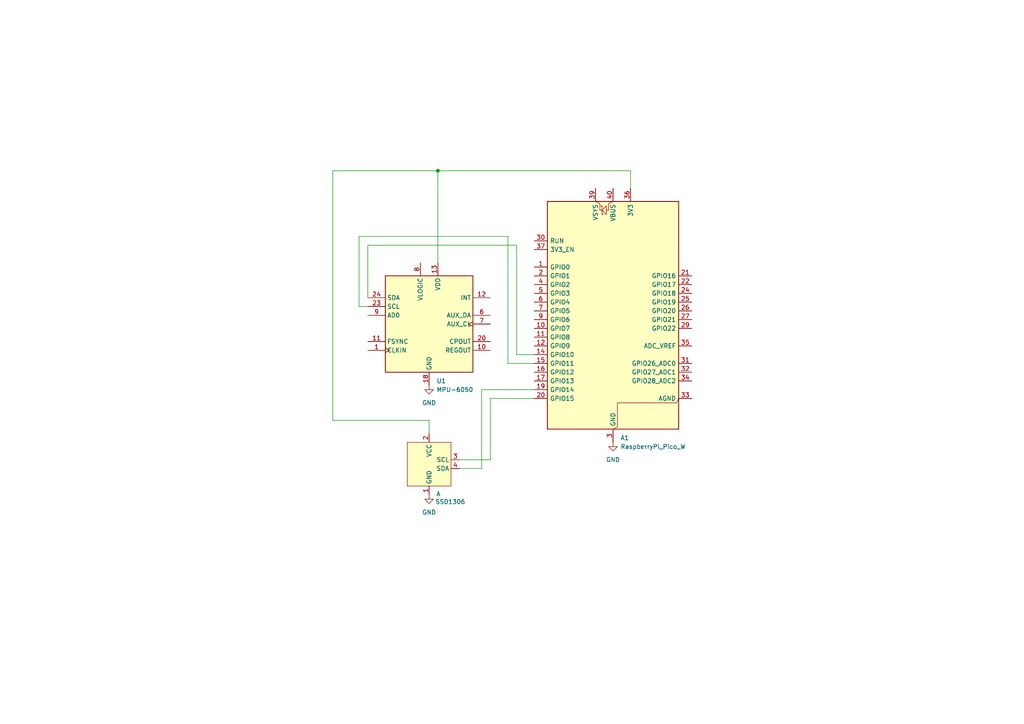
<source format=kicad_sch>
(kicad_sch (version 20250114) (generator "eeschema") (generator_version "9.0")
  (paper "A4")
  (lib_symbols
    (symbol "MCU_Module:RaspberryPi_Pico_W" (pin_names (offset 0.762))
      (property "Reference" "A" (at -19.05 35.56 0))
      (property "Value" "RaspberryPi_Pico_W" (at 7.62 35.56 0))
      (symbol "RaspberryPi_Pico_W_0_1"
        (rectangle (start -19.05 34.29) (end 19.05 -31.75) (stroke (width 0.254)) (fill (type background)))
        (polyline (pts (xy -5.08 34.29) (xy -3.81 33.655) (xy -3.81 31.75) (xy -3.175 31.75)))
        (polyline (pts (xy -3.429 32.766) (xy -3.429 33.02) (xy -3.175 33.02) (xy -3.175 30.48) (xy -2.921 30.48) (xy -2.921 30.734)))
        (polyline (pts (xy -3.175 31.75) (xy -1.905 33.02) (xy -1.905 30.48) (xy -3.175 31.75)))
        (polyline (pts (xy 0 34.29) (xy -1.27 33.655) (xy -1.27 31.75) (xy -1.905 31.75)))
        (polyline (pts (xy 0 -31.75) (xy 1.27 -31.115) (xy 1.27 -24.13) (xy 18.415 -24.13) (xy 19.05 -22.86)))
      )
      (symbol "RaspberryPi_Pico_W_1_1"
        (pin passive line (at -22.86 22.86 0) (length 3.81) (name "RUN") (number "30"))
        (pin passive line (at -22.86 20.32 0) (length 3.81) (name "3V3_EN") (number "37"))
        (pin bidirectional line (at -22.86 15.24 0) (length 3.81) (name "GPIO0") (number "1"))
        (pin bidirectional line (at -22.86 12.7 0) (length 3.81) (name "GPIO1") (number "2"))
        (pin bidirectional line (at -22.86 10.16 0) (length 3.81) (name "GPIO2") (number "4"))
        (pin bidirectional line (at -22.86 7.62 0) (length 3.81) (name "GPIO3") (number "5"))
        (pin bidirectional line (at -22.86 5.08 0) (length 3.81) (name "GPIO4") (number "6"))
        (pin bidirectional line (at -22.86 2.54 0) (length 3.81) (name "GPIO5") (number "7"))
        (pin bidirectional line (at -22.86 0 0) (length 3.81) (name "GPIO6") (number "9"))
        (pin bidirectional line (at -22.86 -2.54 0) (length 3.81) (name "GPIO7") (number "10"))
        (pin bidirectional line (at -22.86 -5.08 0) (length 3.81) (name "GPIO8") (number "11"))
        (pin bidirectional line (at -22.86 -7.62 0) (length 3.81) (name "GPIO9") (number "12"))
        (pin bidirectional line (at -22.86 -10.16 0) (length 3.81) (name "GPIO10") (number "14"))
        (pin bidirectional line (at -22.86 -12.7 0) (length 3.81) (name "GPIO11") (number "15"))
        (pin bidirectional line (at -22.86 -15.24 0) (length 3.81) (name "GPIO12") (number "16"))
        (pin bidirectional line (at -22.86 -17.78 0) (length 3.81) (name "GPIO13") (number "17"))
        (pin bidirectional line (at -22.86 -20.32 0) (length 3.81) (name "GPIO14") (number "19"))
        (pin bidirectional line (at -22.86 -22.86 0) (length 3.81) (name "GPIO15") (number "20"))
        (pin power_in line (at -5.08 38.1 270) (length 3.81) (name "VSYS") (number "39"))
        (pin power_out line (at 0 38.1 270) (length 3.81) (name "VBUS") (number "40"))
        (pin passive line (at 0 -35.56 90) (length 3.81) (hide yes) (name "GND") (number "13"))
        (pin passive line (at 0 -35.56 90) (length 3.81) (hide yes) (name "GND") (number "18"))
        (pin passive line (at 0 -35.56 90) (length 3.81) (hide yes) (name "GND") (number "23"))
        (pin passive line (at 0 -35.56 90) (length 3.81) (hide yes) (name "GND") (number "28"))
        (pin power_out line (at 0 -35.56 90) (length 3.81) (name "GND") (number "3"))
        (pin passive line (at 0 -35.56 90) (length 3.81) (hide yes) (name "GND") (number "38"))
        (pin passive line (at 0 -35.56 90) (length 3.81) (hide yes) (name "GND") (number "8"))
        (pin power_out line (at 5.08 38.1 270) (length 3.81) (name "3V3") (number "36"))
        (pin bidirectional line (at 22.86 12.7 180) (length 3.81) (name "GPIO16") (number "21"))
        (pin bidirectional line (at 22.86 10.16 180) (length 3.81) (name "GPIO17") (number "22"))
        (pin bidirectional line (at 22.86 7.62 180) (length 3.81) (name "GPIO18") (number "24"))
        (pin bidirectional line (at 22.86 5.08 180) (length 3.81) (name "GPIO19") (number "25"))
        (pin bidirectional line (at 22.86 2.54 180) (length 3.81) (name "GPIO20") (number "26"))
        (pin bidirectional line (at 22.86 0 180) (length 3.81) (name "GPIO21") (number "27"))
        (pin bidirectional line (at 22.86 -2.54 180) (length 3.81) (name "GPIO22") (number "29"))
        (pin power_in line (at 22.86 -7.62 180) (length 3.81) (name "ADC_VREF") (number "35"))
        (pin bidirectional line (at 22.86 -12.7 180) (length 3.81) (name "GPIO26_ADC0") (number "31"))
        (pin bidirectional line (at 22.86 -15.24 180) (length 3.81) (name "GPIO27_ADC1") (number "32"))
        (pin bidirectional line (at 22.86 -17.78 180) (length 3.81) (name "GPIO28_ADC2") (number "34"))
        (pin power_out line (at 22.86 -22.86 180) (length 3.81) (name "AGND") (number "33"))
      )
    )
    (symbol "New_Library:SD1306"
      (property "Reference" "U2" (at 2.032 -8.636 0))
      (property "Value" "SSD1306" (at 1.778 -10.922 0))
      (symbol "SD1306_0_1"
        (rectangle (start -6.35 6.35) (end 6.35 -6.35) (fill (type background)))
      )
      (symbol "SD1306_1_1"
        (pin power_in line (at 0 8.89 270) (length 2.54) (name "VCC") (number "2"))
        (pin power_in line (at 0 -8.89 90) (length 2.54) (name "GND") (number "1"))
        (pin bidirectional line (at 8.89 1.27 180) (length 2.54) (name "SCL") (number "3"))
        (pin input line (at 8.89 -1.27 180) (length 2.54) (name "SDA") (number "4"))
      )
    )
    (symbol "Sensor_Motion:MPU-6050"
      (property "Reference" "U" (at -11.43 13.97 0))
      (property "Value" "MPU-6050" (at 7.62 -15.24 0))
      (symbol "MPU-6050_0_1"
        (rectangle (start -12.7 13.97) (end 12.7 -13.97) (stroke (width 0.254)) (fill (type background)))
      )
      (symbol "MPU-6050_1_1"
        (pin bidirectional line (at -17.78 7.62 0) (length 5.08) (name "SDA") (number "24"))
        (pin input line (at -17.78 5.08 0) (length 5.08) (name "SCL") (number "23"))
        (pin input line (at -17.78 2.54 0) (length 5.08) (name "AD0") (number "9"))
        (pin input line (at -17.78 -5.08 0) (length 5.08) (name "FSYNC") (number "11"))
        (pin input clock (at -17.78 -7.62 0) (length 5.08) (name "CLKIN") (number "1"))
        (pin no_connect line (at -12.7 12.7 0) (length 2.54) (hide yes) (name "NC") (number "2"))
        (pin no_connect line (at -12.7 10.16 0) (length 2.54) (hide yes) (name "NC") (number "3"))
        (pin no_connect line (at -12.7 0 0) (length 2.54) (hide yes) (name "NC") (number "4"))
        (pin no_connect line (at -12.7 -2.54 0) (length 2.54) (hide yes) (name "NC") (number "5"))
        (pin no_connect line (at -12.7 -10.16 0) (length 2.54) (hide yes) (name "NC") (number "14"))
        (pin power_in line (at -2.54 17.78 270) (length 3.81) (name "VLOGIC") (number "8"))
        (pin power_in line (at 0 -17.78 90) (length 3.81) (name "GND") (number "18"))
        (pin power_in line (at 2.54 17.78 270) (length 3.81) (name "VDD") (number "13"))
        (pin no_connect line (at 12.7 12.7 180) (length 2.54) (hide yes) (name "NC") (number "15"))
        (pin no_connect line (at 12.7 10.16 180) (length 2.54) (hide yes) (name "NC") (number "16"))
        (pin no_connect line (at 12.7 5.08 180) (length 2.54) (hide yes) (name "NC") (number "17"))
        (pin no_connect line (at 12.7 -2.54 180) (length 2.54) (hide yes) (name "RESV") (number "21"))
        (pin no_connect line (at 12.7 -10.16 180) (length 2.54) (hide yes) (name "RESV") (number "19"))
        (pin no_connect line (at 12.7 -12.7 180) (length 2.54) (hide yes) (name "RESV") (number "22"))
        (pin output line (at 17.78 7.62 180) (length 5.08) (name "INT") (number "12"))
        (pin bidirectional line (at 17.78 2.54 180) (length 5.08) (name "AUX_DA") (number "6"))
        (pin output clock (at 17.78 0 180) (length 5.08) (name "AUX_CL") (number "7"))
        (pin passive line (at 17.78 -5.08 180) (length 5.08) (name "CPOUT") (number "20"))
        (pin passive line (at 17.78 -7.62 180) (length 5.08) (name "REGOUT") (number "10"))
      )
    )
    (symbol "power:GND" (power) (pin_numbers (hide yes)) (pin_names (offset 0) (hide yes))
      (property "Value" "GND" (at 0 -3.81 0))
      (symbol "GND_0_1"
        (polyline (pts (xy 0 0) (xy 0 -1.27) (xy 1.27 -1.27) (xy 0 -2.54) (xy -1.27 -1.27) (xy 0 -1.27)))
      )
      (symbol "GND_1_1"
        (pin power_in line (at 0 0 270) (length 0) (name "~") (number "1"))
      )
    )
  )
  (junction (at 127 49.53))
  (wire (pts (xy 124.46 121.92) (xy 124.46 125.73)))
  (wire (pts (xy 124.46 121.92) (xy 96.52 121.92)))
  (wire (pts (xy 139.7 113.03) (xy 154.94 113.03)))
  (wire (pts (xy 182.88 49.53) (xy 182.88 54.61)))
  (wire (pts (xy 96.52 49.53) (xy 127 49.53)))
  (wire (pts (xy 139.7 135.89) (xy 139.7 113.03)))
  (wire (pts (xy 149.86 102.87) (xy 154.94 102.87)))
  (wire (pts (xy 106.68 86.36) (xy 106.68 71.12)))
  (wire (pts (xy 104.14 88.9) (xy 104.14 68.58)))
  (wire (pts (xy 142.24 133.35) (xy 142.24 115.57)))
  (wire (pts (xy 104.14 88.9) (xy 106.68 88.9)))
  (wire (pts (xy 133.35 135.89) (xy 139.7 135.89)))
  (wire (pts (xy 133.35 133.35) (xy 142.24 133.35)))
  (wire (pts (xy 127 76.2) (xy 127 49.53)))
  (wire (pts (xy 149.86 71.12) (xy 149.86 102.87)))
  (wire (pts (xy 104.14 68.58) (xy 147.32 68.58)))
  (wire (pts (xy 147.32 105.41) (xy 154.94 105.41)))
  (wire (pts (xy 142.24 115.57) (xy 154.94 115.57)))
  (wire (pts (xy 96.52 121.92) (xy 96.52 49.53)))
  (wire (pts (xy 106.68 71.12) (xy 149.86 71.12)))
  (wire (pts (xy 147.32 68.58) (xy 147.32 105.41)))
  (wire (pts (xy 127 49.53) (xy 182.88 49.53)))
  (symbol (lib_id "MCU_Module:RaspberryPi_Pico_W") (at 177.8 92.71 0) (unit 1)
    (property "Reference" "A1" (at 179.9433 127 0) (effects (justify left)))
    (property "Value" "RaspberryPi_Pico_W" (at 179.9433 129.54 0) (effects (justify left)))
    (property "Footprint" "Module:RaspberryPi_Pico_W_SMD_HandSolder" (effects (hide yes)))
    (property "Datasheet" "https://datasheets.raspberrypi.com/picow/pico-w-datasheet.pdf" (effects (hide yes)))
    (property "Description" "Versatile and inexpensive wireless microcontroller module powered by RP2040 dual-core Arm Cortex-M0+ processor up to 133 MHz, 264kB SRAM, 2MB QSPI flash, Infineon CYW43439 2.4GHz 802.11n wireless LAN; also supports Raspberry Pi Pico 2 W" (effects (hide yes)))
  )
  (symbol (lib_id "power:GND") (at 177.8 128.27 0) (unit 1)
    (property "Reference" "#PWR01" (effects (hide yes)))
    (property "Value" "GND" (at 177.8 133.35 0))
    (property "Description" "Power symbol creates a global label with name \"GND\" , ground" (effects (hide yes)))
  )
  (symbol (lib_id "power:GND") (at 124.46 111.76 0) (unit 1)
    (property "Reference" "#PWR02" (effects (hide yes)))
    (property "Value" "GND" (at 124.46 116.84 0))
    (property "Description" "Power symbol creates a global label with name \"GND\" , ground" (effects (hide yes)))
  )
  (symbol (lib_id "New_Library:SD1306") (at 124.46 134.62 0) (unit 1)
    (property "Reference" "A" (at 126.492 143.256 0) (effects (justify left)))
    (property "Value" "SSD1306" (at 126.238 145.542 0) (effects (justify left)))
    (property "Footprint" "SSD1306custom:SSD1306" (effects (hide yes)))
    (property "Datasheet" "kicad-embed://SSD1306.pdf" (effects (hide yes)))
    (property "Description" "A single-chip CMOS OLED/PLED driver with a controller for an organic/polymer light-emitting diode dot-matrix graphic display system" (effects (hide yes)))
  )
  (symbol (lib_id "Sensor_Motion:MPU-6050") (at 124.46 93.98 0) (unit 1)
    (property "Reference" "U1" (at 126.6033 110.49 0) (effects (justify left)))
    (property "Value" "MPU-6050" (at 126.6033 113.03 0) (effects (justify left)))
    (property "Footprint" "Sensor_Motion:InvenSense_QFN-24_4x4mm_P0.5mm" (effects (hide yes)))
    (property "Datasheet" "https://invensense.tdk.com/wp-content/uploads/2015/02/MPU-6000-Datasheet1.pdf" (effects (hide yes)))
    (property "Description" "InvenSense 6-Axis Motion Sensor, Gyroscope, Accelerometer, I2C" (effects (hide yes)))
  )
  (symbol (lib_id "power:GND") (at 124.46 143.51 0) (unit 1)
    (property "Reference" "#PWR03" (effects (hide yes)))
    (property "Value" "GND" (at 124.46 148.59 0))
    (property "Description" "Power symbol creates a global label with name \"GND\" , ground" (effects (hide yes)))
  )
)
</source>
